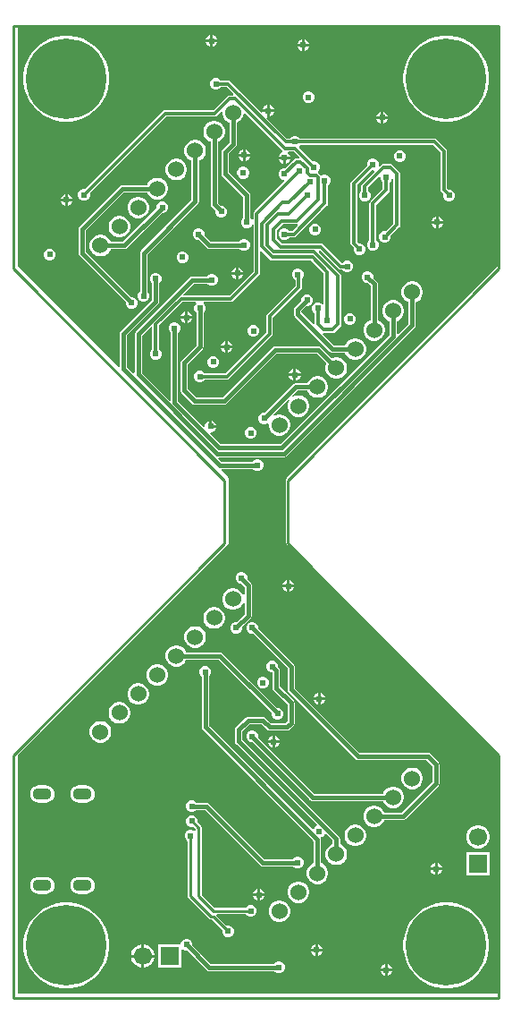
<source format=gtl>
G04*
G04 #@! TF.GenerationSoftware,Altium Limited,Altium Designer,23.4.1 (23)*
G04*
G04 Layer_Physical_Order=1*
G04 Layer_Color=255*
%FSLAX25Y25*%
%MOIN*%
G70*
G04*
G04 #@! TF.SameCoordinates,F4368ACF-6DCD-49CB-89D3-828AB3F38D71*
G04*
G04*
G04 #@! TF.FilePolarity,Positive*
G04*
G01*
G75*
%ADD10C,0.01000*%
%ADD17C,0.01500*%
%ADD18C,0.01200*%
%ADD19C,0.30000*%
%ADD20C,0.06000*%
%ADD21R,0.06693X0.06693*%
%ADD22C,0.06693*%
%ADD23C,0.04000*%
%ADD24O,0.07082X0.04331*%
%ADD25C,0.02400*%
G36*
X100277Y315635D02*
X100288Y315628D01*
X100232Y315063D01*
X99754Y314865D01*
X99135Y314246D01*
X98826Y313500D01*
X103174D01*
X102865Y314246D01*
X102335Y314776D01*
X102439Y315193D01*
X102488Y315277D01*
X104493D01*
X106546Y313224D01*
X106339Y312723D01*
X105500D01*
X105032Y312630D01*
X104635Y312365D01*
X101460Y309191D01*
X101438Y309200D01*
X100562D01*
X99754Y308865D01*
X99135Y308246D01*
X98800Y307438D01*
Y306562D01*
X99135Y305754D01*
X99754Y305135D01*
X100562Y304800D01*
X100863D01*
X101070Y304300D01*
X89835Y293065D01*
X89570Y292668D01*
X89477Y292200D01*
Y290077D01*
X88977Y289977D01*
X88865Y290246D01*
X88376Y290735D01*
Y299000D01*
X88376Y299000D01*
X88272Y299527D01*
X87973Y299973D01*
X80376Y307570D01*
Y314680D01*
X82973Y317277D01*
X83272Y317723D01*
X83376Y318250D01*
Y326065D01*
X83437Y326081D01*
X84349Y326608D01*
X85094Y327353D01*
X85621Y328265D01*
X85893Y329282D01*
Y329365D01*
X86355Y329556D01*
X100277Y315635D01*
D02*
G37*
G36*
X180481Y272618D02*
X102069Y194206D01*
X101826Y193843D01*
X101741Y193413D01*
X101741Y193413D01*
Y169791D01*
X101741Y169791D01*
X101826Y169362D01*
X102069Y168998D01*
X180481Y90587D01*
Y1622D01*
X1622D01*
Y90587D01*
X80033Y168998D01*
X80033Y168998D01*
X80276Y169362D01*
X80362Y169791D01*
Y193413D01*
X80362Y193413D01*
X80276Y193843D01*
X80033Y194206D01*
X80033Y194207D01*
X77578Y196662D01*
X77769Y197124D01*
X89265D01*
X89754Y196635D01*
X90562Y196300D01*
X91438D01*
X92246Y196635D01*
X92865Y197254D01*
X93200Y198062D01*
Y198938D01*
X92865Y199746D01*
X92246Y200365D01*
X91438Y200700D01*
X90562D01*
X89754Y200365D01*
X89265Y199876D01*
X77570D01*
X76385Y201062D01*
X76576Y201524D01*
X100930D01*
X101457Y201628D01*
X101903Y201927D01*
X149680Y249703D01*
X149680Y249703D01*
X149978Y250150D01*
X150083Y250676D01*
X150083Y250676D01*
Y259223D01*
X150250Y259268D01*
X151163Y259795D01*
X151907Y260540D01*
X152434Y261452D01*
X152707Y262469D01*
Y263522D01*
X152434Y264540D01*
X151907Y265452D01*
X151163Y266196D01*
X150250Y266723D01*
X149233Y266996D01*
X148180D01*
X147162Y266723D01*
X146250Y266196D01*
X145506Y265452D01*
X144979Y264540D01*
X144706Y263522D01*
Y262469D01*
X144979Y261452D01*
X145506Y260540D01*
X146250Y259795D01*
X147162Y259268D01*
X147330Y259223D01*
Y251247D01*
X143474Y247390D01*
X143012Y247582D01*
Y252152D01*
X143179Y252197D01*
X144091Y252724D01*
X144836Y253469D01*
X145363Y254381D01*
X145635Y255398D01*
Y256451D01*
X145363Y257469D01*
X144836Y258381D01*
X144091Y259125D01*
X143179Y259652D01*
X142162Y259925D01*
X141109D01*
X140092Y259652D01*
X139179Y259125D01*
X138435Y258381D01*
X137908Y257469D01*
X137635Y256451D01*
Y255398D01*
X137908Y254381D01*
X138435Y253469D01*
X139179Y252724D01*
X140092Y252197D01*
X140259Y252152D01*
Y247145D01*
X99490Y206377D01*
X77298D01*
X73374Y210300D01*
X73581Y210800D01*
X73938D01*
X74746Y211135D01*
X75365Y211754D01*
X75674Y212500D01*
X73500D01*
Y213000D01*
X73000D01*
Y215174D01*
X72254Y214865D01*
X71635Y214246D01*
X71300Y213438D01*
Y213081D01*
X70800Y212874D01*
X61376Y222298D01*
Y247765D01*
X61865Y248254D01*
X62200Y249062D01*
Y249938D01*
X61865Y250746D01*
X61246Y251365D01*
X60438Y251700D01*
X59562D01*
X58754Y251365D01*
X58135Y250746D01*
X57800Y249938D01*
Y249062D01*
X58135Y248254D01*
X58624Y247765D01*
Y222734D01*
X58162Y222543D01*
X47876Y232828D01*
Y246688D01*
X51315Y250126D01*
X51776Y249934D01*
Y241875D01*
X51754Y241865D01*
X51135Y241246D01*
X50800Y240438D01*
Y239562D01*
X51135Y238754D01*
X51754Y238135D01*
X52562Y237800D01*
X53438D01*
X54246Y238135D01*
X54865Y238754D01*
X55200Y239562D01*
Y240438D01*
X54865Y241246D01*
X54246Y241865D01*
X54224Y241875D01*
Y250493D01*
X63007Y259277D01*
X68012D01*
X68061Y259193D01*
X68165Y258776D01*
X67635Y258246D01*
X67300Y257438D01*
Y256562D01*
X67635Y255754D01*
X68124Y255265D01*
Y243158D01*
X62527Y237561D01*
X62228Y237114D01*
X62124Y236588D01*
Y226500D01*
X62228Y225973D01*
X62527Y225527D01*
X66527Y221527D01*
X66973Y221228D01*
X67500Y221124D01*
X67500Y221124D01*
X78500D01*
X79027Y221228D01*
X79473Y221527D01*
X98070Y240124D01*
X113064D01*
X116781Y236406D01*
X116695Y236255D01*
X116422Y235238D01*
Y234185D01*
X116695Y233168D01*
X117221Y232255D01*
X117966Y231511D01*
X118878Y230984D01*
X119896Y230712D01*
X120949D01*
X121966Y230984D01*
X122878Y231511D01*
X123623Y232255D01*
X124150Y233168D01*
X124422Y234185D01*
Y235238D01*
X124150Y236255D01*
X123623Y237168D01*
X122878Y237912D01*
X121966Y238439D01*
X120949Y238712D01*
X119896D01*
X118878Y238439D01*
X118728Y238352D01*
X114607Y242473D01*
X114160Y242772D01*
X113634Y242877D01*
X97500D01*
X97500Y242877D01*
X96973Y242772D01*
X96527Y242473D01*
X77930Y223877D01*
X68070D01*
X64876Y227070D01*
Y236017D01*
X70473Y241614D01*
X70772Y242061D01*
X70876Y242588D01*
Y255265D01*
X71365Y255754D01*
X71700Y256562D01*
Y257438D01*
X71365Y258246D01*
X70835Y258776D01*
X70939Y259193D01*
X70988Y259277D01*
X81000D01*
X81468Y259370D01*
X81865Y259635D01*
X91565Y269335D01*
X91830Y269732D01*
X91923Y270200D01*
Y278193D01*
X92386Y278384D01*
X95635Y275135D01*
X96032Y274870D01*
X96500Y274777D01*
X110993D01*
X115777Y269993D01*
Y258488D01*
X115693Y258439D01*
X115277Y258335D01*
X114746Y258865D01*
X113938Y259200D01*
X113062D01*
X112254Y258865D01*
X111635Y258246D01*
X111300Y257438D01*
Y256562D01*
X111635Y255754D01*
X112254Y255135D01*
X112276Y255125D01*
Y251155D01*
X111874Y250944D01*
X111792Y250933D01*
X107376Y255348D01*
Y255930D01*
X109247Y257800D01*
X109938D01*
X110746Y258135D01*
X111365Y258754D01*
X111700Y259562D01*
Y260438D01*
X111365Y261246D01*
X110746Y261865D01*
X109938Y262200D01*
X109062D01*
X108254Y261865D01*
X107635Y261246D01*
X107300Y260438D01*
Y259747D01*
X105027Y257473D01*
X104728Y257027D01*
X104624Y256500D01*
Y254778D01*
X104728Y254252D01*
X105027Y253805D01*
X118023Y240809D01*
X118469Y240511D01*
X118996Y240406D01*
X123721D01*
X123766Y240239D01*
X124293Y239327D01*
X125037Y238582D01*
X125949Y238055D01*
X126967Y237783D01*
X128020D01*
X129037Y238055D01*
X129949Y238582D01*
X130694Y239327D01*
X131221Y240239D01*
X131493Y241256D01*
Y242309D01*
X131221Y243326D01*
X130694Y244239D01*
X129949Y244983D01*
X129037Y245510D01*
X128020Y245782D01*
X126967D01*
X125949Y245510D01*
X125037Y244983D01*
X124293Y244239D01*
X123766Y243326D01*
X123721Y243159D01*
X119566D01*
X115436Y247289D01*
X115447Y247372D01*
X115658Y247774D01*
X118997D01*
X119465Y247867D01*
X119862Y248132D01*
X121865Y250135D01*
X122130Y250532D01*
X122223Y251000D01*
Y269046D01*
X122130Y269514D01*
X121865Y269911D01*
X113882Y277894D01*
X114061Y278422D01*
X114315Y278455D01*
X121135Y271635D01*
X121532Y271370D01*
X122000Y271276D01*
X122626D01*
X122635Y271254D01*
X123254Y270635D01*
X124062Y270300D01*
X124938D01*
X125746Y270635D01*
X126365Y271254D01*
X126700Y272062D01*
Y272938D01*
X126365Y273746D01*
X125746Y274365D01*
X124938Y274700D01*
X124062D01*
X123254Y274365D01*
X122635Y273746D01*
X122233Y273997D01*
X115565Y280665D01*
X115168Y280930D01*
X114700Y281024D01*
X100207D01*
X98224Y283007D01*
Y285993D01*
X100507Y288277D01*
X105500D01*
X105923Y288361D01*
X105952Y288338D01*
X106061Y287791D01*
X103993Y285723D01*
X102875D01*
X102865Y285746D01*
X102246Y286365D01*
X101438Y286700D01*
X100562D01*
X99754Y286365D01*
X99135Y285746D01*
X98800Y284938D01*
Y284062D01*
X99135Y283254D01*
X99754Y282635D01*
X100562Y282300D01*
X101438D01*
X102246Y282635D01*
X102865Y283254D01*
X102875Y283277D01*
X104500D01*
X104968Y283370D01*
X105365Y283635D01*
X116865Y295135D01*
X117130Y295532D01*
X117224Y296000D01*
Y302625D01*
X117246Y302635D01*
X117865Y303254D01*
X118200Y304062D01*
Y304938D01*
X117865Y305746D01*
X117246Y306365D01*
X116438Y306700D01*
X115562D01*
X115040Y306484D01*
X114754Y306365D01*
X114365Y306662D01*
X113662Y307365D01*
X113612Y308000D01*
X113865Y308254D01*
X114200Y309062D01*
Y309938D01*
X113865Y310746D01*
X113246Y311365D01*
X112438Y311700D01*
X111562D01*
X111540Y311691D01*
X106493Y316737D01*
X106524Y317413D01*
X106865Y317754D01*
X106875Y317776D01*
X156493D01*
X159276Y314993D01*
Y301243D01*
X159370Y300774D01*
X159635Y300377D01*
X160380Y299632D01*
X160300Y299438D01*
Y298562D01*
X160635Y297754D01*
X161254Y297135D01*
X162062Y296800D01*
X162938D01*
X163746Y297135D01*
X164365Y297754D01*
X164700Y298562D01*
Y299438D01*
X164365Y300246D01*
X163746Y300865D01*
X162938Y301200D01*
X162273D01*
X161723Y301749D01*
Y315500D01*
X161630Y315968D01*
X161365Y316365D01*
X157865Y319865D01*
X157468Y320130D01*
X157000Y320223D01*
X106875D01*
X106865Y320246D01*
X106246Y320865D01*
X105438Y321200D01*
X104562D01*
X103754Y320865D01*
X103135Y320246D01*
X103126Y320223D01*
X102007D01*
X94392Y327838D01*
X94488Y328098D01*
X94500Y328114D01*
Y330000D01*
X92614D01*
X92598Y329988D01*
X92338Y329892D01*
X80865Y341365D01*
X80468Y341630D01*
X80000Y341723D01*
X77375D01*
X77365Y341746D01*
X76746Y342365D01*
X75938Y342700D01*
X75062D01*
X74254Y342365D01*
X73635Y341746D01*
X73300Y340938D01*
Y340062D01*
X73635Y339254D01*
X74254Y338635D01*
X75062Y338300D01*
X75938D01*
X76746Y338635D01*
X77365Y339254D01*
X77375Y339277D01*
X79493D01*
X82084Y336685D01*
X81893Y336224D01*
X80500D01*
X80032Y336130D01*
X79635Y335865D01*
X74493Y330724D01*
X56500D01*
X56032Y330630D01*
X55635Y330365D01*
X26710Y301441D01*
X26688Y301450D01*
X25812D01*
X25004Y301115D01*
X24385Y300496D01*
X24050Y299688D01*
Y298812D01*
X24385Y298004D01*
X25004Y297385D01*
X25812Y297050D01*
X26688D01*
X27496Y297385D01*
X28115Y298004D01*
X28450Y298812D01*
Y299688D01*
X28441Y299710D01*
X57007Y328276D01*
X75000D01*
X75468Y328370D01*
X75865Y328635D01*
X77393Y330163D01*
X77893Y329956D01*
Y329282D01*
X78166Y328265D01*
X78693Y327353D01*
X79437Y326608D01*
X80349Y326081D01*
X80624Y326008D01*
Y318820D01*
X78027Y316223D01*
X77728Y315777D01*
X77624Y315250D01*
Y307000D01*
X77728Y306473D01*
X78027Y306027D01*
X85624Y298430D01*
Y290735D01*
X85135Y290246D01*
X84800Y289438D01*
Y288562D01*
X85135Y287754D01*
X85754Y287135D01*
X86562Y286800D01*
X87438D01*
X88246Y287135D01*
X88865Y287754D01*
X88977Y288023D01*
X89477Y287923D01*
Y270707D01*
X80493Y261723D01*
X63566D01*
X63374Y262185D01*
X67312Y266124D01*
X72265D01*
X72754Y265635D01*
X73562Y265300D01*
X74438D01*
X75246Y265635D01*
X75865Y266254D01*
X76200Y267062D01*
Y267938D01*
X75865Y268746D01*
X75246Y269365D01*
X74438Y269700D01*
X73562D01*
X72754Y269365D01*
X72265Y268877D01*
X66742D01*
X66215Y268772D01*
X65769Y268473D01*
X45527Y248231D01*
X45228Y247784D01*
X45124Y247258D01*
Y232976D01*
X44662Y232785D01*
X42376Y235070D01*
Y246930D01*
X53973Y258527D01*
X54272Y258973D01*
X54376Y259500D01*
Y266265D01*
X54865Y266754D01*
X55200Y267562D01*
Y268438D01*
X54865Y269246D01*
X54246Y269865D01*
X53438Y270200D01*
X52562D01*
X51754Y269865D01*
X51135Y269246D01*
X50800Y268438D01*
Y267562D01*
X51135Y266754D01*
X51624Y266265D01*
Y260070D01*
X40027Y248473D01*
X39728Y248027D01*
X39624Y247500D01*
Y235269D01*
X39162Y235078D01*
X1622Y272618D01*
Y361583D01*
X180481D01*
Y272618D01*
D02*
G37*
%LPC*%
G36*
X86500Y316174D02*
Y314500D01*
X88174D01*
X87865Y315246D01*
X87246Y315865D01*
X86500Y316174D01*
D02*
G37*
G36*
X85500D02*
X84754Y315865D01*
X84135Y315246D01*
X83826Y314500D01*
X85500D01*
Y316174D01*
D02*
G37*
G36*
X88174Y313500D02*
X86500D01*
Y311826D01*
X87246Y312135D01*
X87865Y312754D01*
X88174Y313500D01*
D02*
G37*
G36*
X85500D02*
X83826D01*
X84135Y312754D01*
X84754Y312135D01*
X85500Y311826D01*
Y313500D01*
D02*
G37*
G36*
X103174Y312500D02*
X101500D01*
Y310826D01*
X102246Y311135D01*
X102865Y311754D01*
X103174Y312500D01*
D02*
G37*
G36*
X100500D02*
X98826D01*
X99135Y311754D01*
X99754Y311135D01*
X100500Y310826D01*
Y312500D01*
D02*
G37*
G36*
X86081Y309605D02*
X85206D01*
X84398Y309270D01*
X83779Y308651D01*
X83444Y307842D01*
Y306967D01*
X83779Y306158D01*
X84398Y305539D01*
X85206Y305205D01*
X86081D01*
X86890Y305539D01*
X87509Y306158D01*
X87844Y306967D01*
Y307842D01*
X87509Y308651D01*
X86890Y309270D01*
X86081Y309605D01*
D02*
G37*
G36*
X74408Y358674D02*
Y357000D01*
X76082D01*
X75773Y357746D01*
X75154Y358365D01*
X74408Y358674D01*
D02*
G37*
G36*
X73408D02*
X72662Y358365D01*
X72043Y357746D01*
X71734Y357000D01*
X73408D01*
Y358674D01*
D02*
G37*
G36*
X108500Y357174D02*
Y355500D01*
X110174D01*
X109865Y356246D01*
X109246Y356865D01*
X108500Y357174D01*
D02*
G37*
G36*
X107500D02*
X106754Y356865D01*
X106135Y356246D01*
X105826Y355500D01*
X107500D01*
Y357174D01*
D02*
G37*
G36*
X76082Y356000D02*
X74408D01*
Y354326D01*
X75154Y354635D01*
X75773Y355254D01*
X76082Y356000D01*
D02*
G37*
G36*
X73408D02*
X71734D01*
X72043Y355254D01*
X72662Y354635D01*
X73408Y354326D01*
Y356000D01*
D02*
G37*
G36*
X110174Y354500D02*
X108500D01*
Y352826D01*
X109246Y353135D01*
X109865Y353754D01*
X110174Y354500D01*
D02*
G37*
G36*
X107500D02*
X105826D01*
X106135Y353754D01*
X106754Y353135D01*
X107500Y352826D01*
Y354500D01*
D02*
G37*
G36*
X110438Y337700D02*
X109562D01*
X108754Y337365D01*
X108135Y336746D01*
X107800Y335938D01*
Y335062D01*
X108135Y334254D01*
X108754Y333635D01*
X109562Y333300D01*
X110438D01*
X111246Y333635D01*
X111865Y334254D01*
X112200Y335062D01*
Y335938D01*
X111865Y336746D01*
X111246Y337365D01*
X110438Y337700D01*
D02*
G37*
G36*
X95500Y332674D02*
Y331000D01*
X97174D01*
X96865Y331746D01*
X96246Y332365D01*
X95500Y332674D01*
D02*
G37*
G36*
X94500D02*
X93754Y332365D01*
X93135Y331746D01*
X92826Y331000D01*
X94500D01*
Y332674D01*
D02*
G37*
G36*
X138000Y330174D02*
Y328500D01*
X139674D01*
X139365Y329246D01*
X138746Y329865D01*
X138000Y330174D01*
D02*
G37*
G36*
X137000D02*
X136254Y329865D01*
X135635Y329246D01*
X135326Y328500D01*
X137000D01*
Y330174D01*
D02*
G37*
G36*
X97174Y330000D02*
X95500D01*
Y328326D01*
X96246Y328635D01*
X96865Y329254D01*
X97174Y330000D01*
D02*
G37*
G36*
X162677Y358520D02*
X160158D01*
X157671Y358126D01*
X155275Y357347D01*
X153032Y356204D01*
X150994Y354724D01*
X149213Y352943D01*
X147733Y350905D01*
X146590Y348662D01*
X145811Y346266D01*
X145417Y343779D01*
Y341261D01*
X145811Y338773D01*
X146590Y336378D01*
X147733Y334134D01*
X149213Y332096D01*
X150994Y330316D01*
X153032Y328835D01*
X155275Y327692D01*
X157671Y326914D01*
X160158Y326520D01*
X162677D01*
X165164Y326914D01*
X167559Y327692D01*
X169803Y328835D01*
X171841Y330316D01*
X173621Y332096D01*
X175102Y334134D01*
X176245Y336378D01*
X177023Y338773D01*
X177417Y341261D01*
Y343779D01*
X177023Y346266D01*
X176245Y348662D01*
X175102Y350905D01*
X173621Y352943D01*
X171841Y354724D01*
X169803Y356204D01*
X167559Y357347D01*
X165164Y358126D01*
X162677Y358520D01*
D02*
G37*
G36*
X20944D02*
X18426D01*
X15938Y358126D01*
X13543Y357347D01*
X11299Y356204D01*
X9262Y354724D01*
X7481Y352943D01*
X6001Y350905D01*
X4857Y348662D01*
X4079Y346266D01*
X3685Y343779D01*
Y341261D01*
X4079Y338773D01*
X4857Y336378D01*
X6001Y334134D01*
X7481Y332096D01*
X9262Y330316D01*
X11299Y328835D01*
X13543Y327692D01*
X15938Y326914D01*
X18426Y326520D01*
X20944D01*
X23432Y326914D01*
X25827Y327692D01*
X28071Y328835D01*
X30108Y330316D01*
X31889Y332096D01*
X33369Y334134D01*
X34513Y336378D01*
X35291Y338773D01*
X35685Y341261D01*
Y343779D01*
X35291Y346266D01*
X34513Y348662D01*
X33369Y350905D01*
X31889Y352943D01*
X30108Y354724D01*
X28071Y356204D01*
X25827Y357347D01*
X23432Y358126D01*
X20944Y358520D01*
D02*
G37*
G36*
X139674Y327500D02*
X138000D01*
Y325826D01*
X138746Y326135D01*
X139365Y326754D01*
X139674Y327500D01*
D02*
G37*
G36*
X137000D02*
X135326D01*
X135635Y326754D01*
X136254Y326135D01*
X137000Y325826D01*
Y327500D01*
D02*
G37*
G36*
X144499Y315816D02*
X143623D01*
X142815Y315481D01*
X142196Y314862D01*
X141861Y314054D01*
Y313179D01*
X142196Y312370D01*
X142815Y311751D01*
X143623Y311416D01*
X144499D01*
X145307Y311751D01*
X145926Y312370D01*
X146261Y313179D01*
Y314054D01*
X145926Y314862D01*
X145307Y315481D01*
X144499Y315816D01*
D02*
G37*
G36*
X61207Y312596D02*
X60154D01*
X59136Y312323D01*
X58224Y311796D01*
X57479Y311052D01*
X56953Y310140D01*
X56680Y309122D01*
Y308069D01*
X56953Y307052D01*
X57479Y306140D01*
X58224Y305395D01*
X59136Y304868D01*
X60154Y304596D01*
X61207D01*
X62224Y304868D01*
X63136Y305395D01*
X63881Y306140D01*
X64408Y307052D01*
X64680Y308069D01*
Y309122D01*
X64408Y310140D01*
X63881Y311052D01*
X63136Y311796D01*
X62224Y312323D01*
X61207Y312596D01*
D02*
G37*
G36*
X54136Y305525D02*
X53083D01*
X52065Y305252D01*
X51153Y304725D01*
X50408Y303981D01*
X49882Y303068D01*
X49837Y302901D01*
X40525D01*
X40525Y302901D01*
X39998Y302796D01*
X39551Y302498D01*
X39551Y302498D01*
X24527Y287473D01*
X24228Y287027D01*
X24124Y286500D01*
Y277500D01*
X24228Y276973D01*
X24527Y276527D01*
X41800Y259253D01*
Y258562D01*
X42135Y257754D01*
X42754Y257135D01*
X43562Y256800D01*
X44438D01*
X45246Y257135D01*
X45865Y257754D01*
X46200Y258562D01*
Y259438D01*
X45865Y260246D01*
X45246Y260865D01*
X44438Y261200D01*
X43747D01*
X26876Y278070D01*
Y285930D01*
X41095Y300148D01*
X49837D01*
X49882Y299981D01*
X50408Y299068D01*
X51153Y298324D01*
X52065Y297797D01*
X53083Y297525D01*
X54136D01*
X55153Y297797D01*
X56065Y298324D01*
X56810Y299068D01*
X57336Y299981D01*
X57609Y300998D01*
Y302051D01*
X57336Y303068D01*
X56810Y303981D01*
X56065Y304725D01*
X55153Y305252D01*
X54136Y305525D01*
D02*
G37*
G36*
X20238Y299442D02*
Y297768D01*
X21912D01*
X21603Y298514D01*
X20984Y299133D01*
X20238Y299442D01*
D02*
G37*
G36*
X19238D02*
X18492Y299133D01*
X17873Y298514D01*
X17564Y297768D01*
X19238D01*
Y299442D01*
D02*
G37*
G36*
X21912Y296768D02*
X20238D01*
Y295094D01*
X20984Y295403D01*
X21603Y296022D01*
X21912Y296768D01*
D02*
G37*
G36*
X19238D02*
X17564D01*
X17873Y296022D01*
X18492Y295403D01*
X19238Y295094D01*
Y296768D01*
D02*
G37*
G36*
X75349Y326738D02*
X74296D01*
X73278Y326465D01*
X72366Y325939D01*
X71622Y325194D01*
X71095Y324282D01*
X70822Y323264D01*
Y322211D01*
X71095Y321194D01*
X71622Y320282D01*
X72366Y319537D01*
X73278Y319010D01*
X73446Y318966D01*
Y295678D01*
X73551Y295151D01*
X73849Y294704D01*
X75300Y293253D01*
Y292562D01*
X75635Y291754D01*
X76254Y291135D01*
X77062Y290800D01*
X77938D01*
X78746Y291135D01*
X79365Y291754D01*
X79700Y292562D01*
Y293438D01*
X79365Y294246D01*
X78746Y294865D01*
X77938Y295200D01*
X77247D01*
X76199Y296248D01*
Y318966D01*
X76366Y319010D01*
X77278Y319537D01*
X78023Y320282D01*
X78550Y321194D01*
X78822Y322211D01*
Y323264D01*
X78550Y324282D01*
X78023Y325194D01*
X77278Y325939D01*
X76366Y326465D01*
X75349Y326738D01*
D02*
G37*
G36*
X47065Y298453D02*
X46011D01*
X44994Y298181D01*
X44082Y297654D01*
X43337Y296909D01*
X42811Y295997D01*
X42538Y294980D01*
Y293927D01*
X42811Y292910D01*
X43337Y291997D01*
X44082Y291253D01*
X44994Y290726D01*
X46011Y290454D01*
X47065D01*
X48082Y290726D01*
X48994Y291253D01*
X49739Y291997D01*
X50265Y292910D01*
X50538Y293927D01*
Y294980D01*
X50265Y295997D01*
X49739Y296909D01*
X48994Y297654D01*
X48082Y298181D01*
X47065Y298453D01*
D02*
G37*
G36*
X158500Y291174D02*
Y289500D01*
X160174D01*
X159865Y290246D01*
X159246Y290865D01*
X158500Y291174D01*
D02*
G37*
G36*
X157500D02*
X156754Y290865D01*
X156135Y290246D01*
X155826Y289500D01*
X157500D01*
Y291174D01*
D02*
G37*
G36*
X160174Y288500D02*
X158500D01*
Y286826D01*
X159246Y287135D01*
X159865Y287754D01*
X160174Y288500D01*
D02*
G37*
G36*
X157500D02*
X155826D01*
X156135Y287754D01*
X156754Y287135D01*
X157500Y286826D01*
Y288500D01*
D02*
G37*
G36*
X134438Y312700D02*
X133562D01*
X132754Y312365D01*
X132135Y311746D01*
X131800Y310938D01*
Y310062D01*
X131809Y310040D01*
X126135Y304365D01*
X125870Y303968D01*
X125777Y303500D01*
Y281243D01*
X125870Y280774D01*
X126135Y280378D01*
X126881Y279632D01*
X126800Y279438D01*
Y278562D01*
X127135Y277754D01*
X127754Y277135D01*
X128562Y276800D01*
X129438D01*
X130246Y277135D01*
X130865Y277754D01*
X131200Y278562D01*
Y279438D01*
X130865Y280246D01*
X130246Y280865D01*
X129438Y281200D01*
X128773D01*
X128224Y281749D01*
Y302993D01*
X133540Y308309D01*
X133562Y308300D01*
X134363D01*
X134512Y308098D01*
X134608Y307838D01*
X130135Y303365D01*
X129870Y302968D01*
X129777Y302500D01*
Y300874D01*
X129754Y300865D01*
X129135Y300246D01*
X128800Y299438D01*
Y298562D01*
X129135Y297754D01*
X129754Y297135D01*
X130562Y296800D01*
X131438D01*
X132246Y297135D01*
X132865Y297754D01*
X133200Y298562D01*
Y299438D01*
X132865Y300246D01*
X132246Y300865D01*
X132223Y300874D01*
Y301993D01*
X136300Y306070D01*
X136800Y305863D01*
Y305312D01*
X137135Y304504D01*
X137754Y303885D01*
X137777Y303875D01*
Y301507D01*
X133135Y296865D01*
X132870Y296468D01*
X132776Y296000D01*
Y282375D01*
X132754Y282365D01*
X132135Y281746D01*
X131800Y280938D01*
Y280062D01*
X132135Y279254D01*
X132754Y278635D01*
X133562Y278300D01*
X134438D01*
X135246Y278635D01*
X135865Y279254D01*
X136200Y280062D01*
Y280938D01*
X135865Y281746D01*
X135246Y282365D01*
X135223Y282375D01*
Y295493D01*
X139865Y300135D01*
X140130Y300532D01*
X140224Y301000D01*
Y303875D01*
X140246Y303885D01*
X140865Y304504D01*
X141200Y305312D01*
Y306157D01*
X141299Y306252D01*
X141627Y306463D01*
X141777Y306353D01*
Y288507D01*
X138960Y285691D01*
X138938Y285700D01*
X138062D01*
X137254Y285365D01*
X136635Y284746D01*
X136300Y283938D01*
Y283062D01*
X136635Y282254D01*
X137254Y281635D01*
X138062Y281300D01*
X138938D01*
X139746Y281635D01*
X140365Y282254D01*
X140700Y283062D01*
Y283938D01*
X140691Y283960D01*
X143865Y287135D01*
X144130Y287532D01*
X144223Y288000D01*
Y307000D01*
X144130Y307468D01*
X143865Y307865D01*
X141365Y310365D01*
X140968Y310630D01*
X140500Y310723D01*
X138000D01*
X137532Y310630D01*
X137135Y310365D01*
X136662Y309892D01*
X136402Y309988D01*
X136200Y310137D01*
Y310938D01*
X135865Y311746D01*
X135246Y312365D01*
X134438Y312700D01*
D02*
G37*
G36*
X112938Y288522D02*
X112062D01*
X111254Y288187D01*
X110635Y287569D01*
X110300Y286760D01*
Y285885D01*
X110635Y285076D01*
X111254Y284457D01*
X112062Y284122D01*
X112938D01*
X113746Y284457D01*
X114365Y285076D01*
X114700Y285885D01*
Y286760D01*
X114365Y287569D01*
X113746Y288187D01*
X112938Y288522D01*
D02*
G37*
G36*
X39994Y291382D02*
X38940D01*
X37923Y291110D01*
X37011Y290583D01*
X36266Y289839D01*
X35740Y288926D01*
X35467Y287909D01*
Y286856D01*
X35740Y285839D01*
X36266Y284926D01*
X37011Y284182D01*
X37923Y283655D01*
X38940Y283382D01*
X39994D01*
X41011Y283655D01*
X41923Y284182D01*
X42668Y284926D01*
X43194Y285839D01*
X43467Y286856D01*
Y287909D01*
X43194Y288926D01*
X42668Y289839D01*
X41923Y290583D01*
X41011Y291110D01*
X39994Y291382D01*
D02*
G37*
G36*
X55938Y296700D02*
X55062D01*
X54254Y296365D01*
X53635Y295746D01*
X53300Y294938D01*
Y294247D01*
X40741Y281688D01*
X36168D01*
X36123Y281855D01*
X35597Y282767D01*
X34852Y283512D01*
X33940Y284039D01*
X32923Y284311D01*
X31869D01*
X30852Y284039D01*
X29940Y283512D01*
X29195Y282767D01*
X28668Y281855D01*
X28396Y280838D01*
Y279785D01*
X28668Y278767D01*
X29195Y277855D01*
X29940Y277111D01*
X30852Y276584D01*
X31869Y276311D01*
X32923D01*
X33940Y276584D01*
X34852Y277111D01*
X35597Y277855D01*
X36123Y278767D01*
X36168Y278935D01*
X41311D01*
X41838Y279040D01*
X42285Y279338D01*
X55247Y292300D01*
X55938D01*
X56746Y292635D01*
X57365Y293254D01*
X57700Y294062D01*
Y294938D01*
X57365Y295746D01*
X56746Y296365D01*
X55938Y296700D01*
D02*
G37*
G36*
X69438Y286700D02*
X68562D01*
X67754Y286365D01*
X67135Y285746D01*
X66800Y284938D01*
Y284062D01*
X67135Y283254D01*
X67754Y282635D01*
X68562Y282300D01*
X69253D01*
X72027Y279527D01*
X72027Y279527D01*
X72473Y279228D01*
X73000Y279123D01*
X84265D01*
X84754Y278635D01*
X85562Y278300D01*
X86438D01*
X87246Y278635D01*
X87865Y279254D01*
X88200Y280062D01*
Y280938D01*
X87865Y281746D01*
X87246Y282365D01*
X86438Y282700D01*
X85562D01*
X84754Y282365D01*
X84265Y281876D01*
X73570D01*
X71200Y284247D01*
Y284938D01*
X70865Y285746D01*
X70246Y286365D01*
X69438Y286700D01*
D02*
G37*
G36*
X13938Y279200D02*
X13062D01*
X12254Y278865D01*
X11635Y278246D01*
X11300Y277438D01*
Y276562D01*
X11635Y275754D01*
X12254Y275135D01*
X13062Y274800D01*
X13938D01*
X14746Y275135D01*
X15365Y275754D01*
X15700Y276562D01*
Y277438D01*
X15365Y278246D01*
X14746Y278865D01*
X13938Y279200D01*
D02*
G37*
G36*
X63438Y278200D02*
X62562D01*
X61754Y277865D01*
X61135Y277246D01*
X60800Y276438D01*
Y275562D01*
X61135Y274754D01*
X61754Y274135D01*
X62562Y273800D01*
X63438D01*
X64246Y274135D01*
X64865Y274754D01*
X65200Y275562D01*
Y276438D01*
X64865Y277246D01*
X64246Y277865D01*
X63438Y278200D01*
D02*
G37*
G36*
X84000Y272174D02*
Y270500D01*
X85674D01*
X85365Y271246D01*
X84746Y271865D01*
X84000Y272174D01*
D02*
G37*
G36*
X83000D02*
X82254Y271865D01*
X81635Y271246D01*
X81326Y270500D01*
X83000D01*
Y272174D01*
D02*
G37*
G36*
X85674Y269500D02*
X84000D01*
Y267826D01*
X84746Y268135D01*
X85365Y268754D01*
X85674Y269500D01*
D02*
G37*
G36*
X83000D02*
X81326D01*
X81635Y268754D01*
X82254Y268135D01*
X83000Y267826D01*
Y269500D01*
D02*
G37*
G36*
X68278Y319667D02*
X67225D01*
X66207Y319394D01*
X65295Y318867D01*
X64550Y318123D01*
X64024Y317211D01*
X63751Y316193D01*
Y315140D01*
X64024Y314123D01*
X64550Y313211D01*
X65295Y312466D01*
X66207Y311939D01*
X66375Y311894D01*
Y297321D01*
X47527Y278473D01*
X47228Y278027D01*
X47124Y277500D01*
Y263235D01*
X46635Y262746D01*
X46300Y261938D01*
Y261062D01*
X46635Y260254D01*
X47254Y259635D01*
X48062Y259300D01*
X48938D01*
X49746Y259635D01*
X50365Y260254D01*
X50700Y261062D01*
Y261938D01*
X50365Y262746D01*
X49876Y263235D01*
Y276930D01*
X68725Y295778D01*
X69023Y296224D01*
X69128Y296751D01*
Y311894D01*
X69295Y311939D01*
X70207Y312466D01*
X70952Y313211D01*
X71479Y314123D01*
X71751Y315140D01*
Y316193D01*
X71479Y317211D01*
X70952Y318123D01*
X70207Y318867D01*
X69295Y319394D01*
X68278Y319667D01*
D02*
G37*
G36*
X65000Y255674D02*
Y254000D01*
X66674D01*
X66365Y254746D01*
X65746Y255365D01*
X65000Y255674D01*
D02*
G37*
G36*
X64000D02*
X63254Y255365D01*
X62635Y254746D01*
X62326Y254000D01*
X64000D01*
Y255674D01*
D02*
G37*
G36*
X66674Y253000D02*
X65000D01*
Y251326D01*
X65746Y251635D01*
X66365Y252254D01*
X66674Y253000D01*
D02*
G37*
G36*
X64000D02*
X62326D01*
X62635Y252254D01*
X63254Y251635D01*
X64000Y251326D01*
Y253000D01*
D02*
G37*
G36*
X125938Y255200D02*
X125062D01*
X124254Y254865D01*
X123635Y254246D01*
X123300Y253438D01*
Y252562D01*
X123635Y251754D01*
X124254Y251135D01*
X125062Y250800D01*
X125938D01*
X126746Y251135D01*
X127365Y251754D01*
X127700Y252562D01*
Y253438D01*
X127365Y254246D01*
X126746Y254865D01*
X125938Y255200D01*
D02*
G37*
G36*
X89938Y250700D02*
X89062D01*
X88254Y250365D01*
X87635Y249746D01*
X87300Y248938D01*
Y248062D01*
X87635Y247254D01*
X88254Y246635D01*
X89062Y246300D01*
X89938D01*
X90746Y246635D01*
X91365Y247254D01*
X91700Y248062D01*
Y248938D01*
X91365Y249746D01*
X90746Y250365D01*
X89938Y250700D01*
D02*
G37*
G36*
X132438Y270700D02*
X131562D01*
X130754Y270365D01*
X130135Y269746D01*
X129800Y268938D01*
Y268062D01*
X130135Y267254D01*
X130754Y266635D01*
X131562Y266300D01*
X132253D01*
X133188Y265366D01*
Y252626D01*
X133020Y252581D01*
X132108Y252054D01*
X131363Y251310D01*
X130837Y250397D01*
X130564Y249380D01*
Y248327D01*
X130837Y247310D01*
X131363Y246397D01*
X132108Y245653D01*
X133020Y245126D01*
X134038Y244854D01*
X135091D01*
X136108Y245126D01*
X137020Y245653D01*
X137765Y246397D01*
X138292Y247310D01*
X138564Y248327D01*
Y249380D01*
X138292Y250397D01*
X137765Y251310D01*
X137020Y252054D01*
X136108Y252581D01*
X135941Y252626D01*
Y265936D01*
X135836Y266462D01*
X135538Y266909D01*
X135538Y266909D01*
X134200Y268247D01*
Y268938D01*
X133865Y269746D01*
X133246Y270365D01*
X132438Y270700D01*
D02*
G37*
G36*
X80000Y244674D02*
Y243000D01*
X81674D01*
X81365Y243746D01*
X80746Y244365D01*
X80000Y244674D01*
D02*
G37*
G36*
X79000D02*
X78254Y244365D01*
X77635Y243746D01*
X77326Y243000D01*
X79000D01*
Y244674D01*
D02*
G37*
G36*
X81674Y242000D02*
X80000D01*
Y240326D01*
X80746Y240635D01*
X81365Y241254D01*
X81674Y242000D01*
D02*
G37*
G36*
X79000D02*
X77326D01*
X77635Y241254D01*
X78254Y240635D01*
X79000Y240326D01*
Y242000D01*
D02*
G37*
G36*
X74938Y239200D02*
X74062D01*
X73254Y238865D01*
X72635Y238246D01*
X72300Y237438D01*
Y236562D01*
X72635Y235754D01*
X73254Y235135D01*
X74062Y234800D01*
X74938D01*
X75746Y235135D01*
X76365Y235754D01*
X76700Y236562D01*
Y237438D01*
X76365Y238246D01*
X75746Y238865D01*
X74938Y239200D01*
D02*
G37*
G36*
X106438Y271700D02*
X105562D01*
X104754Y271365D01*
X104135Y270746D01*
X103800Y269938D01*
Y269062D01*
X104135Y268254D01*
X104754Y267635D01*
X105176Y267460D01*
Y265407D01*
X94635Y254865D01*
X94370Y254468D01*
X94276Y254000D01*
Y248007D01*
X78993Y232723D01*
X71374D01*
X71365Y232746D01*
X70746Y233365D01*
X69938Y233700D01*
X69062D01*
X68254Y233365D01*
X67635Y232746D01*
X67300Y231938D01*
Y231062D01*
X67635Y230254D01*
X68254Y229635D01*
X69062Y229300D01*
X69938D01*
X70746Y229635D01*
X71365Y230254D01*
X71374Y230276D01*
X79500D01*
X79968Y230370D01*
X80365Y230635D01*
X96365Y246635D01*
X96630Y247032D01*
X96724Y247500D01*
Y253493D01*
X107265Y264035D01*
X107530Y264432D01*
X107624Y264900D01*
Y268012D01*
X107865Y268254D01*
X108200Y269062D01*
Y269938D01*
X107865Y270746D01*
X107246Y271365D01*
X106438Y271700D01*
D02*
G37*
G36*
X105443Y234336D02*
Y232662D01*
X107117D01*
X106808Y233408D01*
X106189Y234027D01*
X105443Y234336D01*
D02*
G37*
G36*
X104443D02*
X103696Y234027D01*
X103078Y233408D01*
X102769Y232662D01*
X104443D01*
Y234336D01*
D02*
G37*
G36*
X107117Y231662D02*
X105443D01*
Y229987D01*
X106189Y230296D01*
X106808Y230915D01*
X107117Y231662D01*
D02*
G37*
G36*
X104443D02*
X102769D01*
X103078Y230915D01*
X103696Y230296D01*
X104443Y229987D01*
Y231662D01*
D02*
G37*
G36*
X113878Y231640D02*
X112824D01*
X111807Y231368D01*
X110895Y230841D01*
X110150Y230096D01*
X109624Y229184D01*
X109579Y229017D01*
X105211D01*
X105211Y229017D01*
X104684Y228912D01*
X104238Y228614D01*
X104238Y228614D01*
X93753Y218129D01*
X93062D01*
X92254Y217794D01*
X91635Y217176D01*
X91300Y216367D01*
Y215492D01*
X91635Y214683D01*
X92254Y214064D01*
X93062Y213729D01*
X93938D01*
X94746Y214064D01*
X95209Y213820D01*
Y212972D01*
X95482Y211954D01*
X96008Y211042D01*
X96753Y210297D01*
X97665Y209771D01*
X98682Y209498D01*
X99736D01*
X100753Y209771D01*
X101665Y210297D01*
X102410Y211042D01*
X102936Y211954D01*
X103209Y212972D01*
Y214025D01*
X102936Y215042D01*
X102410Y215954D01*
X101665Y216699D01*
X100753Y217226D01*
X99736Y217498D01*
X98682D01*
X97665Y217226D01*
X97156Y216932D01*
X96849Y217332D01*
X102446Y222929D01*
X102846Y222622D01*
X102553Y222113D01*
X102280Y221096D01*
Y220043D01*
X102553Y219025D01*
X103079Y218113D01*
X103824Y217369D01*
X104736Y216842D01*
X105753Y216569D01*
X106807D01*
X107824Y216842D01*
X108736Y217369D01*
X109481Y218113D01*
X110008Y219025D01*
X110280Y220043D01*
Y221096D01*
X110008Y222113D01*
X109481Y223025D01*
X108736Y223770D01*
X107824Y224297D01*
X106807Y224569D01*
X105753D01*
X104736Y224297D01*
X104227Y224003D01*
X103920Y224403D01*
X105781Y226264D01*
X109579D01*
X109624Y226096D01*
X110150Y225184D01*
X110895Y224440D01*
X111807Y223913D01*
X112824Y223640D01*
X113878D01*
X114895Y223913D01*
X115807Y224440D01*
X116552Y225184D01*
X117078Y226096D01*
X117351Y227114D01*
Y228167D01*
X117078Y229184D01*
X116552Y230096D01*
X115807Y230841D01*
X114895Y231368D01*
X113878Y231640D01*
D02*
G37*
G36*
X74000Y215174D02*
Y213500D01*
X75674D01*
X75365Y214246D01*
X74746Y214865D01*
X74000Y215174D01*
D02*
G37*
G36*
X88938Y212700D02*
X88062D01*
X87254Y212365D01*
X86635Y211746D01*
X86300Y210938D01*
Y210062D01*
X86635Y209254D01*
X87254Y208635D01*
X88062Y208300D01*
X88938D01*
X89746Y208635D01*
X90365Y209254D01*
X90700Y210062D01*
Y210938D01*
X90365Y211746D01*
X89746Y212365D01*
X88938Y212700D01*
D02*
G37*
G36*
X102978Y155696D02*
Y154022D01*
X104653D01*
X104343Y154768D01*
X103725Y155387D01*
X102978Y155696D01*
D02*
G37*
G36*
X101978D02*
X101232Y155387D01*
X100613Y154768D01*
X100304Y154022D01*
X101978D01*
Y155696D01*
D02*
G37*
G36*
X104653Y153022D02*
X102978D01*
Y151347D01*
X103725Y151657D01*
X104343Y152276D01*
X104653Y153022D01*
D02*
G37*
G36*
X101978D02*
X100304D01*
X100613Y152276D01*
X101232Y151657D01*
X101978Y151347D01*
Y153022D01*
D02*
G37*
G36*
X85438Y158700D02*
X84562D01*
X83754Y158365D01*
X83135Y157746D01*
X82800Y156938D01*
Y156062D01*
X83135Y155254D01*
X83754Y154635D01*
X84562Y154300D01*
X85010D01*
X86124Y153186D01*
Y150306D01*
X85624Y150240D01*
X85621Y150250D01*
X85094Y151163D01*
X84349Y151907D01*
X83437Y152434D01*
X82420Y152707D01*
X81367D01*
X80349Y152434D01*
X79437Y151907D01*
X78693Y151163D01*
X78166Y150250D01*
X77893Y149233D01*
Y148180D01*
X78166Y147162D01*
X78693Y146250D01*
X79437Y145506D01*
X80349Y144979D01*
X81367Y144706D01*
X82420D01*
X83437Y144979D01*
X84349Y145506D01*
X85094Y146250D01*
X85621Y147162D01*
X85624Y147173D01*
X86124Y147107D01*
Y143070D01*
X83253Y140200D01*
X82562D01*
X81754Y139865D01*
X81135Y139246D01*
X80800Y138438D01*
Y137562D01*
X81135Y136754D01*
X81754Y136135D01*
X82562Y135800D01*
X83438D01*
X84246Y136135D01*
X84865Y136754D01*
X85200Y137562D01*
Y138253D01*
X88473Y141527D01*
X88772Y141973D01*
X88876Y142500D01*
Y153756D01*
X88772Y154283D01*
X88473Y154730D01*
X88473Y154730D01*
X87183Y156020D01*
X87200Y156062D01*
Y156938D01*
X86865Y157746D01*
X86246Y158365D01*
X85438Y158700D01*
D02*
G37*
G36*
X75349Y145635D02*
X74296D01*
X73278Y145363D01*
X72366Y144836D01*
X71622Y144091D01*
X71095Y143179D01*
X70822Y142162D01*
Y141109D01*
X71095Y140092D01*
X71622Y139179D01*
X72366Y138435D01*
X73278Y137908D01*
X74296Y137635D01*
X75349D01*
X76366Y137908D01*
X77278Y138435D01*
X78023Y139179D01*
X78550Y140092D01*
X78822Y141109D01*
Y142162D01*
X78550Y143179D01*
X78023Y144091D01*
X77278Y144836D01*
X76366Y145363D01*
X75349Y145635D01*
D02*
G37*
G36*
X68278Y138564D02*
X67225D01*
X66207Y138292D01*
X65295Y137765D01*
X64550Y137020D01*
X64024Y136108D01*
X63751Y135091D01*
Y134038D01*
X64024Y133020D01*
X64550Y132108D01*
X65295Y131363D01*
X66207Y130837D01*
X67225Y130564D01*
X68278D01*
X69295Y130837D01*
X70207Y131363D01*
X70952Y132108D01*
X71479Y133020D01*
X71751Y134038D01*
Y135091D01*
X71479Y136108D01*
X70952Y137020D01*
X70207Y137765D01*
X69295Y138292D01*
X68278Y138564D01*
D02*
G37*
G36*
X54136Y124422D02*
X53083D01*
X52065Y124150D01*
X51153Y123623D01*
X50408Y122878D01*
X49882Y121966D01*
X49609Y120949D01*
Y119896D01*
X49882Y118878D01*
X50408Y117966D01*
X51153Y117221D01*
X52065Y116695D01*
X53083Y116422D01*
X54136D01*
X55153Y116695D01*
X56065Y117221D01*
X56810Y117966D01*
X57336Y118878D01*
X57609Y119896D01*
Y120949D01*
X57336Y121966D01*
X56810Y122878D01*
X56065Y123623D01*
X55153Y124150D01*
X54136Y124422D01*
D02*
G37*
G36*
X93438Y119700D02*
X92562D01*
X91754Y119365D01*
X91135Y118746D01*
X90800Y117938D01*
Y117062D01*
X91135Y116254D01*
X91754Y115635D01*
X92562Y115300D01*
X93438D01*
X94246Y115635D01*
X94865Y116254D01*
X95200Y117062D01*
Y117938D01*
X94865Y118746D01*
X94246Y119365D01*
X93438Y119700D01*
D02*
G37*
G36*
X114500Y113674D02*
Y112000D01*
X116174D01*
X115865Y112746D01*
X115246Y113365D01*
X114500Y113674D01*
D02*
G37*
G36*
X113500D02*
X112754Y113365D01*
X112135Y112746D01*
X111826Y112000D01*
X113500D01*
Y113674D01*
D02*
G37*
G36*
X47065Y117351D02*
X46011D01*
X44994Y117078D01*
X44082Y116552D01*
X43337Y115807D01*
X42811Y114895D01*
X42538Y113878D01*
Y112824D01*
X42811Y111807D01*
X43337Y110895D01*
X44082Y110150D01*
X44994Y109624D01*
X46011Y109351D01*
X47065D01*
X48082Y109624D01*
X48994Y110150D01*
X49739Y110895D01*
X50265Y111807D01*
X50538Y112824D01*
Y113878D01*
X50265Y114895D01*
X49739Y115807D01*
X48994Y116552D01*
X48082Y117078D01*
X47065Y117351D01*
D02*
G37*
G36*
X116174Y111000D02*
X114500D01*
Y109326D01*
X115246Y109635D01*
X115865Y110254D01*
X116174Y111000D01*
D02*
G37*
G36*
X113500D02*
X111826D01*
X112135Y110254D01*
X112754Y109635D01*
X113500Y109326D01*
Y111000D01*
D02*
G37*
G36*
X61207Y131493D02*
X60154D01*
X59136Y131221D01*
X58224Y130694D01*
X57479Y129949D01*
X56953Y129037D01*
X56680Y128020D01*
Y126967D01*
X56953Y125949D01*
X57479Y125037D01*
X58224Y124293D01*
X59136Y123766D01*
X60154Y123493D01*
X61207D01*
X62224Y123766D01*
X63136Y124293D01*
X63881Y125037D01*
X64408Y125949D01*
X64452Y126117D01*
X76437D01*
X96300Y106253D01*
Y105562D01*
X96635Y104754D01*
X97254Y104135D01*
X98062Y103800D01*
X98938D01*
X99746Y104135D01*
X100365Y104754D01*
X100700Y105562D01*
Y106438D01*
X100365Y107246D01*
X99746Y107865D01*
X98938Y108200D01*
X98247D01*
X77980Y128467D01*
X77534Y128765D01*
X77007Y128870D01*
X64452D01*
X64408Y129037D01*
X63881Y129949D01*
X63136Y130694D01*
X62224Y131221D01*
X61207Y131493D01*
D02*
G37*
G36*
X96938Y125700D02*
X96062D01*
X95254Y125365D01*
X94635Y124746D01*
X94300Y123938D01*
Y123062D01*
X94635Y122254D01*
X95254Y121635D01*
X96062Y121300D01*
X96624D01*
Y115500D01*
X96728Y114973D01*
X97027Y114527D01*
X102124Y109430D01*
Y103070D01*
X101430Y102376D01*
X96070D01*
X93973Y104473D01*
X93527Y104772D01*
X93000Y104876D01*
X87500D01*
X87500Y104876D01*
X86973Y104772D01*
X86527Y104473D01*
X83027Y100973D01*
X82728Y100527D01*
X82624Y100000D01*
Y95710D01*
X82728Y95183D01*
X83027Y94736D01*
X113172Y64592D01*
X113074Y64101D01*
X112754Y63969D01*
X112135Y63350D01*
X112002Y63030D01*
X111512Y62932D01*
X72876Y101567D01*
Y119765D01*
X73365Y120254D01*
X73700Y121062D01*
Y121938D01*
X73365Y122746D01*
X72746Y123365D01*
X71938Y123700D01*
X71062D01*
X70254Y123365D01*
X69635Y122746D01*
X69300Y121938D01*
Y121062D01*
X69635Y120254D01*
X70124Y119765D01*
Y100997D01*
X70228Y100471D01*
X70527Y100024D01*
X111975Y58576D01*
Y50310D01*
X111807Y50265D01*
X110895Y49739D01*
X110150Y48994D01*
X109624Y48082D01*
X109351Y47065D01*
Y46011D01*
X109624Y44994D01*
X110150Y44082D01*
X110895Y43337D01*
X111807Y42811D01*
X112824Y42538D01*
X113878D01*
X114895Y42811D01*
X115807Y43337D01*
X116552Y44082D01*
X117078Y44994D01*
X117351Y46011D01*
Y47065D01*
X117078Y48082D01*
X116552Y48994D01*
X115807Y49739D01*
X114895Y50265D01*
X114728Y50310D01*
Y59146D01*
X114728Y59146D01*
X114623Y59673D01*
X114729Y60024D01*
X115246Y60238D01*
X115865Y60857D01*
X115998Y61178D01*
X116488Y61275D01*
X119046Y58718D01*
Y57381D01*
X118878Y57336D01*
X117966Y56810D01*
X117221Y56065D01*
X116695Y55153D01*
X116422Y54136D01*
Y53083D01*
X116695Y52065D01*
X117221Y51153D01*
X117966Y50408D01*
X118878Y49882D01*
X119896Y49609D01*
X120949D01*
X121966Y49882D01*
X122878Y50408D01*
X123623Y51153D01*
X124150Y52065D01*
X124422Y53083D01*
Y54136D01*
X124150Y55153D01*
X123623Y56065D01*
X122878Y56810D01*
X121966Y57336D01*
X121799Y57381D01*
Y59288D01*
X121694Y59814D01*
X121396Y60261D01*
X85376Y96280D01*
Y99430D01*
X88070Y102124D01*
X92430D01*
X94527Y100027D01*
X94527Y100027D01*
X94973Y99728D01*
X95500Y99624D01*
X102000D01*
X102527Y99728D01*
X102973Y100027D01*
X104473Y101527D01*
X104772Y101973D01*
X104876Y102500D01*
Y110000D01*
X104772Y110527D01*
X104473Y110973D01*
X104473Y110973D01*
X99376Y116070D01*
Y122000D01*
X99272Y122527D01*
X98973Y122973D01*
X98700Y123247D01*
Y123938D01*
X98365Y124746D01*
X97746Y125365D01*
X96938Y125700D01*
D02*
G37*
G36*
X39994Y110280D02*
X38940D01*
X37923Y110008D01*
X37011Y109481D01*
X36266Y108736D01*
X35740Y107824D01*
X35467Y106807D01*
Y105753D01*
X35740Y104736D01*
X36266Y103824D01*
X37011Y103079D01*
X37923Y102553D01*
X38940Y102280D01*
X39994D01*
X41011Y102553D01*
X41923Y103079D01*
X42668Y103824D01*
X43194Y104736D01*
X43467Y105753D01*
Y106807D01*
X43194Y107824D01*
X42668Y108736D01*
X41923Y109481D01*
X41011Y110008D01*
X39994Y110280D01*
D02*
G37*
G36*
X97500Y97674D02*
Y96000D01*
X99174D01*
X98865Y96746D01*
X98246Y97365D01*
X97500Y97674D01*
D02*
G37*
G36*
X96500D02*
X95754Y97365D01*
X95135Y96746D01*
X94826Y96000D01*
X96500D01*
Y97674D01*
D02*
G37*
G36*
X32923Y103209D02*
X31869D01*
X30852Y102936D01*
X29940Y102410D01*
X29195Y101665D01*
X28668Y100753D01*
X28396Y99736D01*
Y98682D01*
X28668Y97665D01*
X29195Y96753D01*
X29940Y96008D01*
X30852Y95482D01*
X31869Y95209D01*
X32923D01*
X33940Y95482D01*
X34852Y96008D01*
X35597Y96753D01*
X36123Y97665D01*
X36396Y98682D01*
Y99736D01*
X36123Y100753D01*
X35597Y101665D01*
X34852Y102410D01*
X33940Y102936D01*
X32923Y103209D01*
D02*
G37*
G36*
X99174Y95000D02*
X97500D01*
Y93326D01*
X98246Y93635D01*
X98865Y94254D01*
X99174Y95000D01*
D02*
G37*
G36*
X96500D02*
X94826D01*
X95135Y94254D01*
X95754Y93635D01*
X96500Y93326D01*
Y95000D01*
D02*
G37*
G36*
X149233Y85893D02*
X148180D01*
X147162Y85621D01*
X146250Y85094D01*
X145506Y84349D01*
X144979Y83437D01*
X144706Y82420D01*
Y81367D01*
X144979Y80349D01*
X145506Y79437D01*
X146250Y78693D01*
X147162Y78166D01*
X148180Y77893D01*
X149233D01*
X150250Y78166D01*
X151163Y78693D01*
X151907Y79437D01*
X152434Y80349D01*
X152707Y81367D01*
Y82420D01*
X152434Y83437D01*
X151907Y84349D01*
X151163Y85094D01*
X150250Y85621D01*
X149233Y85893D01*
D02*
G37*
G36*
X27064Y79256D02*
X24313D01*
X23486Y79147D01*
X22716Y78829D01*
X22055Y78321D01*
X21548Y77660D01*
X21229Y76890D01*
X21120Y76064D01*
X21229Y75237D01*
X21548Y74467D01*
X22055Y73806D01*
X22716Y73299D01*
X23486Y72980D01*
X24313Y72871D01*
X27064D01*
X27891Y72980D01*
X28661Y73299D01*
X29322Y73806D01*
X29829Y74467D01*
X30148Y75237D01*
X30257Y76064D01*
X30148Y76890D01*
X29829Y77660D01*
X29322Y78321D01*
X28661Y78829D01*
X27891Y79147D01*
X27064Y79256D01*
D02*
G37*
G36*
X12104D02*
X9353D01*
X8526Y79147D01*
X7756Y78829D01*
X7095Y78321D01*
X6588Y77660D01*
X6269Y76890D01*
X6160Y76064D01*
X6269Y75237D01*
X6588Y74467D01*
X7095Y73806D01*
X7756Y73299D01*
X8526Y72980D01*
X9353Y72871D01*
X12104D01*
X12931Y72980D01*
X13701Y73299D01*
X14362Y73806D01*
X14869Y74467D01*
X15188Y75237D01*
X15297Y76064D01*
X15188Y76890D01*
X14869Y77660D01*
X14362Y78321D01*
X13701Y78829D01*
X12931Y79147D01*
X12104Y79256D01*
D02*
G37*
G36*
X89438Y99700D02*
X88562D01*
X87754Y99365D01*
X87135Y98746D01*
X86800Y97938D01*
Y97062D01*
X87135Y96254D01*
X87754Y95635D01*
X88562Y95300D01*
X89253D01*
X110704Y73849D01*
X111151Y73551D01*
X111678Y73446D01*
X137863D01*
X137908Y73278D01*
X138435Y72366D01*
X139179Y71622D01*
X140092Y71095D01*
X141109Y70822D01*
X142162D01*
X143179Y71095D01*
X144091Y71622D01*
X144836Y72366D01*
X145363Y73278D01*
X145635Y74296D01*
Y75349D01*
X145363Y76366D01*
X144836Y77278D01*
X144091Y78023D01*
X143179Y78550D01*
X142162Y78822D01*
X141109D01*
X140092Y78550D01*
X139179Y78023D01*
X138435Y77278D01*
X137908Y76366D01*
X137863Y76199D01*
X112248D01*
X91200Y97247D01*
Y97938D01*
X90865Y98746D01*
X90246Y99365D01*
X89438Y99700D01*
D02*
G37*
G36*
Y140200D02*
X88562D01*
X87754Y139865D01*
X87135Y139246D01*
X86800Y138438D01*
Y137562D01*
X87135Y136754D01*
X87754Y136135D01*
X88562Y135800D01*
X89253D01*
X102124Y122930D01*
Y115000D01*
X102228Y114473D01*
X102527Y114027D01*
X127527Y89027D01*
X127973Y88728D01*
X128500Y88624D01*
X153930D01*
X156124Y86430D01*
Y80570D01*
X144681Y69128D01*
X138337D01*
X138292Y69295D01*
X137765Y70207D01*
X137020Y70952D01*
X136108Y71479D01*
X135091Y71751D01*
X134038D01*
X133020Y71479D01*
X132108Y70952D01*
X131363Y70207D01*
X130837Y69295D01*
X130564Y68278D01*
Y67225D01*
X130837Y66207D01*
X131363Y65295D01*
X132108Y64550D01*
X133020Y64024D01*
X134038Y63751D01*
X135091D01*
X136108Y64024D01*
X137020Y64550D01*
X137765Y65295D01*
X138292Y66207D01*
X138337Y66375D01*
X145251D01*
X145778Y66480D01*
X146224Y66778D01*
X158473Y79027D01*
X158473Y79027D01*
X158772Y79473D01*
X158877Y80000D01*
X158876Y80000D01*
Y87000D01*
X158772Y87527D01*
X158473Y87973D01*
X155473Y90973D01*
X155027Y91272D01*
X154500Y91376D01*
X129070D01*
X104876Y115570D01*
Y123500D01*
X104876Y123500D01*
X104772Y124027D01*
X104473Y124473D01*
X104473Y124473D01*
X91200Y137747D01*
Y138438D01*
X90865Y139246D01*
X90246Y139865D01*
X89438Y140200D01*
D02*
G37*
G36*
X66938Y68200D02*
X66062D01*
X65254Y67865D01*
X64635Y67246D01*
X64300Y66438D01*
Y65562D01*
X64635Y64754D01*
X65254Y64135D01*
X66062Y63800D01*
X66938D01*
X67062Y63852D01*
X67878Y63035D01*
Y62440D01*
X67378Y62233D01*
X67246Y62365D01*
X66438Y62700D01*
X65562D01*
X64754Y62365D01*
X64135Y61746D01*
X63800Y60938D01*
Y60062D01*
X64135Y59254D01*
X64754Y58635D01*
X64878Y58583D01*
Y38172D01*
X64878Y38172D01*
X64964Y37742D01*
X65207Y37378D01*
X72878Y29707D01*
X72878Y29707D01*
X73242Y29464D01*
X73672Y29378D01*
X73672Y29378D01*
X74035D01*
X77852Y25562D01*
X77800Y25438D01*
Y24562D01*
X78135Y23754D01*
X78754Y23135D01*
X79562Y22800D01*
X80438D01*
X81246Y23135D01*
X81865Y23754D01*
X82200Y24562D01*
Y25438D01*
X81865Y26246D01*
X81246Y26865D01*
X80438Y27200D01*
X79562D01*
X79438Y27148D01*
X75708Y30878D01*
X75915Y31378D01*
X86583D01*
X86635Y31254D01*
X87254Y30635D01*
X88062Y30300D01*
X88938D01*
X89746Y30635D01*
X90365Y31254D01*
X90700Y32062D01*
Y32938D01*
X90365Y33746D01*
X89746Y34365D01*
X88938Y34700D01*
X88062D01*
X87254Y34365D01*
X86635Y33746D01*
X86583Y33622D01*
X74965D01*
X70122Y38465D01*
Y63500D01*
X70036Y63929D01*
X69793Y64293D01*
X69793Y64293D01*
X68648Y65438D01*
X68700Y65562D01*
Y66438D01*
X68365Y67246D01*
X67746Y67865D01*
X66938Y68200D01*
D02*
G37*
G36*
X128020Y64680D02*
X126967D01*
X125949Y64408D01*
X125037Y63881D01*
X124293Y63136D01*
X123766Y62224D01*
X123493Y61207D01*
Y60154D01*
X123766Y59136D01*
X124293Y58224D01*
X125037Y57479D01*
X125949Y56953D01*
X126967Y56680D01*
X128020D01*
X129037Y56953D01*
X129949Y57479D01*
X130694Y58224D01*
X131221Y59136D01*
X131493Y60154D01*
Y61207D01*
X131221Y62224D01*
X130694Y63136D01*
X129949Y63881D01*
X129037Y64408D01*
X128020Y64680D01*
D02*
G37*
G36*
X173801Y64465D02*
X172656D01*
X171551Y64168D01*
X170560Y63596D01*
X169750Y62787D01*
X169178Y61796D01*
X168882Y60690D01*
Y59546D01*
X169178Y58440D01*
X169750Y57449D01*
X170560Y56640D01*
X171551Y56068D01*
X172656Y55772D01*
X173801D01*
X174906Y56068D01*
X175897Y56640D01*
X176706Y57449D01*
X177279Y58440D01*
X177575Y59546D01*
Y60690D01*
X177279Y61796D01*
X176706Y62787D01*
X175897Y63596D01*
X174906Y64168D01*
X173801Y64465D01*
D02*
G37*
G36*
X158130Y50304D02*
Y48630D01*
X159804D01*
X159495Y49376D01*
X158876Y49995D01*
X158130Y50304D01*
D02*
G37*
G36*
X157130D02*
X156383Y49995D01*
X155764Y49376D01*
X155455Y48630D01*
X157130D01*
Y50304D01*
D02*
G37*
G36*
X66938Y73700D02*
X66062D01*
X65254Y73365D01*
X64635Y72746D01*
X64300Y71938D01*
Y71062D01*
X64635Y70254D01*
X65254Y69635D01*
X66062Y69300D01*
X66938D01*
X67746Y69635D01*
X68235Y70124D01*
X71511D01*
X92107Y49527D01*
X92107Y49527D01*
X92554Y49228D01*
X93081Y49124D01*
X104265D01*
X104754Y48635D01*
X105562Y48300D01*
X106438D01*
X107246Y48635D01*
X107865Y49254D01*
X108200Y50062D01*
Y50938D01*
X107865Y51746D01*
X107246Y52365D01*
X106438Y52700D01*
X105562D01*
X104754Y52365D01*
X104265Y51876D01*
X93651D01*
X73054Y72473D01*
X72607Y72772D01*
X72081Y72876D01*
X68235D01*
X67746Y73365D01*
X66938Y73700D01*
D02*
G37*
G36*
X159804Y47630D02*
X158130D01*
Y45955D01*
X158876Y46264D01*
X159495Y46883D01*
X159804Y47630D01*
D02*
G37*
G36*
X157130D02*
X155455D01*
X155764Y46883D01*
X156383Y46264D01*
X157130Y45955D01*
Y47630D01*
D02*
G37*
G36*
X177575Y54465D02*
X168882D01*
Y45772D01*
X177575D01*
Y54465D01*
D02*
G37*
G36*
X92000Y40674D02*
Y39000D01*
X93674D01*
X93365Y39746D01*
X92746Y40365D01*
X92000Y40674D01*
D02*
G37*
G36*
X91000D02*
X90254Y40365D01*
X89635Y39746D01*
X89326Y39000D01*
X91000D01*
Y40674D01*
D02*
G37*
G36*
X27064Y45240D02*
X24313D01*
X23486Y45131D01*
X22716Y44813D01*
X22055Y44305D01*
X21548Y43644D01*
X21229Y42874D01*
X21120Y42048D01*
X21229Y41221D01*
X21548Y40451D01*
X22055Y39790D01*
X22716Y39283D01*
X23486Y38964D01*
X24313Y38855D01*
X27064D01*
X27891Y38964D01*
X28661Y39283D01*
X29322Y39790D01*
X29829Y40451D01*
X30148Y41221D01*
X30257Y42048D01*
X30148Y42874D01*
X29829Y43644D01*
X29322Y44305D01*
X28661Y44813D01*
X27891Y45131D01*
X27064Y45240D01*
D02*
G37*
G36*
X12104D02*
X9353D01*
X8526Y45131D01*
X7756Y44813D01*
X7095Y44305D01*
X6588Y43644D01*
X6269Y42874D01*
X6160Y42048D01*
X6269Y41221D01*
X6588Y40451D01*
X7095Y39790D01*
X7756Y39283D01*
X8526Y38964D01*
X9353Y38855D01*
X12104D01*
X12931Y38964D01*
X13701Y39283D01*
X14362Y39790D01*
X14869Y40451D01*
X15188Y41221D01*
X15297Y42048D01*
X15188Y42874D01*
X14869Y43644D01*
X14362Y44305D01*
X13701Y44813D01*
X12931Y45131D01*
X12104Y45240D01*
D02*
G37*
G36*
X93674Y38000D02*
X92000D01*
Y36326D01*
X92746Y36635D01*
X93365Y37254D01*
X93674Y38000D01*
D02*
G37*
G36*
X91000D02*
X89326D01*
X89635Y37254D01*
X90254Y36635D01*
X91000Y36326D01*
Y38000D01*
D02*
G37*
G36*
X106807Y43467D02*
X105753D01*
X104736Y43194D01*
X103824Y42668D01*
X103079Y41923D01*
X102553Y41011D01*
X102280Y39994D01*
Y38940D01*
X102553Y37923D01*
X103079Y37011D01*
X103824Y36266D01*
X104736Y35740D01*
X105753Y35467D01*
X106807D01*
X107824Y35740D01*
X108736Y36266D01*
X109481Y37011D01*
X110008Y37923D01*
X110280Y38940D01*
Y39994D01*
X110008Y41011D01*
X109481Y41923D01*
X108736Y42668D01*
X107824Y43194D01*
X106807Y43467D01*
D02*
G37*
G36*
X99736Y36396D02*
X98682D01*
X97665Y36123D01*
X96753Y35597D01*
X96008Y34852D01*
X95482Y33940D01*
X95209Y32923D01*
Y31869D01*
X95482Y30852D01*
X96008Y29940D01*
X96753Y29195D01*
X97665Y28668D01*
X98682Y28396D01*
X99736D01*
X100753Y28668D01*
X101665Y29195D01*
X102410Y29940D01*
X102936Y30852D01*
X103209Y31869D01*
Y32923D01*
X102936Y33940D01*
X102410Y34852D01*
X101665Y35597D01*
X100753Y36123D01*
X99736Y36396D01*
D02*
G37*
G36*
X113500Y20174D02*
Y18500D01*
X115174D01*
X114865Y19246D01*
X114246Y19865D01*
X113500Y20174D01*
D02*
G37*
G36*
X112500D02*
X111754Y19865D01*
X111135Y19246D01*
X110826Y18500D01*
X112500D01*
Y20174D01*
D02*
G37*
G36*
X48722Y20095D02*
X48650D01*
Y16248D01*
X52496D01*
Y16320D01*
X52200Y17426D01*
X51628Y18417D01*
X50818Y19226D01*
X49827Y19798D01*
X48722Y20095D01*
D02*
G37*
G36*
X47650D02*
X47577D01*
X46472Y19798D01*
X45481Y19226D01*
X44672Y18417D01*
X44099Y17426D01*
X43803Y16320D01*
Y16248D01*
X47650D01*
Y20095D01*
D02*
G37*
G36*
X115174Y17500D02*
X113500D01*
Y15826D01*
X114246Y16135D01*
X114865Y16754D01*
X115174Y17500D01*
D02*
G37*
G36*
X112500D02*
X110826D01*
X111135Y16754D01*
X111754Y16135D01*
X112500Y15826D01*
Y17500D01*
D02*
G37*
G36*
X52496Y15248D02*
X48650D01*
Y11402D01*
X48722D01*
X49827Y11698D01*
X50818Y12270D01*
X51628Y13079D01*
X52200Y14070D01*
X52496Y15176D01*
Y15248D01*
D02*
G37*
G36*
X47650D02*
X43803D01*
Y15176D01*
X44099Y14070D01*
X44672Y13079D01*
X45481Y12270D01*
X46472Y11698D01*
X47577Y11402D01*
X47650D01*
Y15248D01*
D02*
G37*
G36*
X139500Y12674D02*
Y11000D01*
X141174D01*
X140865Y11746D01*
X140246Y12365D01*
X139500Y12674D01*
D02*
G37*
G36*
X138500D02*
X137754Y12365D01*
X137135Y11746D01*
X136826Y11000D01*
X138500D01*
Y12674D01*
D02*
G37*
G36*
X65004Y22133D02*
X64129D01*
X63321Y21798D01*
X62702Y21179D01*
X62367Y20371D01*
Y20095D01*
X53803D01*
Y11402D01*
X62496D01*
Y18186D01*
X62996Y18393D01*
X63321Y18068D01*
X64129Y17733D01*
X64820D01*
X72027Y10527D01*
X72473Y10228D01*
X73000Y10124D01*
X97265D01*
X97754Y9635D01*
X98562Y9300D01*
X99438D01*
X100246Y9635D01*
X100865Y10254D01*
X101200Y11062D01*
Y11938D01*
X100865Y12746D01*
X100246Y13365D01*
X99438Y13700D01*
X98562D01*
X97754Y13365D01*
X97265Y12876D01*
X73570D01*
X66767Y19680D01*
Y20371D01*
X66432Y21179D01*
X65813Y21798D01*
X65004Y22133D01*
D02*
G37*
G36*
X141174Y10000D02*
X139500D01*
Y8326D01*
X140246Y8635D01*
X140865Y9254D01*
X141174Y10000D01*
D02*
G37*
G36*
X138500D02*
X136826D01*
X137135Y9254D01*
X137754Y8635D01*
X138500Y8326D01*
Y10000D01*
D02*
G37*
G36*
X162677Y35685D02*
X160158D01*
X157671Y35291D01*
X155275Y34513D01*
X153032Y33369D01*
X150994Y31889D01*
X149213Y30108D01*
X147733Y28071D01*
X146590Y25827D01*
X145811Y23432D01*
X145417Y20944D01*
Y18426D01*
X145811Y15938D01*
X146590Y13543D01*
X147733Y11299D01*
X149213Y9262D01*
X150994Y7481D01*
X153032Y6001D01*
X155275Y4857D01*
X157671Y4079D01*
X160158Y3685D01*
X162677D01*
X165164Y4079D01*
X167559Y4857D01*
X169803Y6001D01*
X171841Y7481D01*
X173621Y9262D01*
X175102Y11299D01*
X176245Y13543D01*
X177023Y15938D01*
X177417Y18426D01*
Y20944D01*
X177023Y23432D01*
X176245Y25827D01*
X175102Y28071D01*
X173621Y30108D01*
X171841Y31889D01*
X169803Y33369D01*
X167559Y34513D01*
X165164Y35291D01*
X162677Y35685D01*
D02*
G37*
G36*
X20944D02*
X18426D01*
X15938Y35291D01*
X13543Y34513D01*
X11299Y33369D01*
X9262Y31889D01*
X7481Y30108D01*
X6001Y28071D01*
X4857Y25827D01*
X4079Y23432D01*
X3685Y20944D01*
Y18426D01*
X4079Y15938D01*
X4857Y13543D01*
X6001Y11299D01*
X7481Y9262D01*
X9262Y7481D01*
X11299Y6001D01*
X13543Y4857D01*
X15938Y4079D01*
X18426Y3685D01*
X20944D01*
X23432Y4079D01*
X25827Y4857D01*
X28071Y6001D01*
X30108Y7481D01*
X31889Y9262D01*
X33369Y11299D01*
X34513Y13543D01*
X35291Y15938D01*
X35685Y18426D01*
Y20944D01*
X35291Y23432D01*
X34513Y25827D01*
X33369Y28071D01*
X31889Y30108D01*
X30108Y31889D01*
X28071Y33369D01*
X25827Y34513D01*
X23432Y35291D01*
X20944Y35685D01*
D02*
G37*
%LPD*%
D10*
X69000Y38000D02*
X74500Y32500D01*
X69000Y38000D02*
Y63500D01*
X66000Y38172D02*
Y60500D01*
Y38172D02*
X73672Y30500D01*
X66500Y66000D02*
X69000Y63500D01*
X73672Y30500D02*
X74500D01*
X80000Y25000D01*
X74500Y32500D02*
X88500D01*
X102362Y169291D02*
Y192913D01*
X78740Y169291D02*
Y192913D01*
X0Y271654D02*
X78740Y192913D01*
X0Y271654D02*
Y362205D01*
Y90551D02*
X78740Y169291D01*
X102362Y192913D02*
X181102Y271654D01*
X102362Y169291D02*
X181102Y90551D01*
X0Y362205D02*
X181102D01*
X0Y0D02*
X181102D01*
Y90551D01*
Y271654D02*
Y362205D01*
X0Y0D02*
Y90551D01*
D17*
X106000Y256500D02*
X109500Y260000D01*
X106000Y254778D02*
Y256500D01*
Y254778D02*
X118996Y241782D01*
X113351Y227640D02*
X113351Y227640D01*
X105211Y227640D02*
X113351D01*
X93500Y215929D02*
X105211Y227640D01*
X113634Y241500D02*
X120422Y234711D01*
X78500Y222500D02*
X97500Y241500D01*
X113634D01*
X67500Y222500D02*
X78500D01*
X53000Y259500D02*
Y268000D01*
X41000Y234500D02*
Y247500D01*
X53000Y259500D01*
X77000Y198500D02*
X91000D01*
X41000Y234500D02*
X77000Y198500D01*
X46500Y232258D02*
X75858Y202900D01*
X100930D01*
X60000Y221728D02*
X76727Y205000D01*
X60000Y221728D02*
Y249500D01*
X76727Y205000D02*
X100060D01*
X46500Y232258D02*
Y247258D01*
X100930Y202900D02*
X148706Y250676D01*
X63500Y226500D02*
Y236588D01*
Y226500D02*
X67500Y222500D01*
X69500Y242588D02*
Y257000D01*
X63500Y236588D02*
X69500Y242588D01*
X46500Y247258D02*
X66742Y267500D01*
X74000D01*
X134564Y248854D02*
X134564Y248853D01*
X134564Y248854D02*
Y265936D01*
X132000Y268500D02*
X134564Y265936D01*
X69000Y284500D02*
X73000Y280500D01*
X86000D01*
X118996Y241782D02*
X127493D01*
X81893Y329809D02*
X82000Y329702D01*
Y318250D02*
Y329702D01*
X79000Y315250D02*
X82000Y318250D01*
X79000Y307000D02*
Y315250D01*
X87000Y289000D02*
Y299000D01*
X79000Y307000D02*
X87000Y299000D01*
X74822Y295678D02*
Y322738D01*
Y295678D02*
X77500Y293000D01*
X67751Y296751D02*
Y315667D01*
X48500Y277500D02*
X67751Y296751D01*
X48500Y261500D02*
Y277500D01*
X41311Y280311D02*
X55500Y294500D01*
X32396Y280311D02*
X41311D01*
X100060Y205000D02*
X141635Y246575D01*
X148706Y262995D02*
X148707Y262996D01*
X148706Y250676D02*
Y262995D01*
X141635Y246575D02*
Y255924D01*
X141636Y255925D01*
X25500Y286500D02*
X40525Y301525D01*
X53609D01*
X25500Y277500D02*
Y286500D01*
Y277500D02*
X44000Y259000D01*
X87500Y142500D02*
Y153756D01*
X85000Y156256D02*
X87500Y153756D01*
X83000Y138000D02*
X87500Y142500D01*
X85000Y156256D02*
Y156500D01*
X89000Y138000D02*
X103500Y123500D01*
Y115000D02*
Y123500D01*
X113351Y46538D02*
Y59146D01*
X71500Y100997D02*
Y121500D01*
X113351Y46538D02*
X113351Y46538D01*
X71500Y100997D02*
X113351Y59146D01*
X84000Y95710D02*
Y100000D01*
Y95710D02*
X120422Y59288D01*
X84000Y100000D02*
X87500Y103500D01*
X120422Y53609D02*
Y59288D01*
X98000Y115500D02*
Y122000D01*
Y115500D02*
X103500Y110000D01*
X96500Y123500D02*
X98000Y122000D01*
X103500Y102500D02*
Y110000D01*
X95500Y101000D02*
X102000D01*
X103500Y102500D01*
X93000Y103500D02*
X95500Y101000D01*
X77007Y127493D02*
X98500Y106000D01*
X87500Y103500D02*
X93000D01*
X120422Y53609D02*
X120422Y53609D01*
X111678Y74822D02*
X141635D01*
X89000Y97500D02*
X111678Y74822D01*
X103500Y115000D02*
X128500Y90000D01*
X154500D01*
X157500Y87000D01*
Y80000D02*
Y87000D01*
X145251Y67751D02*
X157500Y80000D01*
X134564Y67751D02*
X134565Y67751D01*
X145251D01*
X141635Y74822D02*
X141636Y74822D01*
X60680Y127493D02*
X77007D01*
X66500Y71500D02*
X72081D01*
X93081Y50500D01*
X106000D01*
X73000Y11500D02*
X99000D01*
X64567Y19933D02*
X73000Y11500D01*
D18*
X106230Y268422D02*
Y269270D01*
Y268422D02*
X106400Y268251D01*
X106000Y269500D02*
X106230Y269270D01*
X106400Y264900D02*
Y268251D01*
X113500Y251000D02*
Y257000D01*
Y251000D02*
X115503Y248997D01*
X95500Y254000D02*
X106400Y264900D01*
X138500Y283500D02*
X143000Y288000D01*
Y307000D01*
X140500Y309500D02*
X143000Y307000D01*
X69500Y231500D02*
X79500D01*
X95500Y247500D02*
Y254000D01*
X79500Y231500D02*
X95500Y247500D01*
X101000Y284500D02*
X104500D01*
X116000Y296000D01*
X122000Y272500D02*
X124500D01*
X99700Y279800D02*
X114700D01*
X122000Y272500D01*
X97000Y282500D02*
X99700Y279800D01*
X97000Y286500D02*
X100000Y289500D01*
X97000Y282500D02*
Y286500D01*
X100000Y289500D02*
X105500D01*
X102624Y292124D02*
X109500Y299000D01*
X94523Y288023D02*
X98624Y292124D01*
X102624D01*
X105500Y289500D02*
X113500Y297500D01*
X116000Y296000D02*
Y304500D01*
X92500Y280000D02*
Y288546D01*
X100224Y296269D02*
X102769D01*
X94523Y280523D02*
Y288023D01*
X92500Y288546D02*
X100224Y296269D01*
X102769D02*
X110500Y304000D01*
X96500Y276000D02*
X111500D01*
X117000Y270500D01*
Y252500D02*
Y270500D01*
X97046Y278000D02*
X112046D01*
X121000Y251000D02*
Y269046D01*
X112046Y278000D02*
X121000Y269046D01*
X94523Y280523D02*
X97046Y278000D01*
X92500Y280000D02*
X96500Y276000D01*
X81000Y260500D02*
X90700Y270200D01*
Y292200D01*
X106500Y308000D01*
X115503Y248997D02*
X118997D01*
X121000Y251000D01*
X110500Y306500D02*
X112797D01*
X113500Y305797D01*
Y297500D02*
Y305797D01*
X109500Y307500D02*
X110500Y306500D01*
X109500Y307500D02*
Y309000D01*
X107000Y311500D02*
X109500Y309000D01*
X101000Y307000D02*
X105500Y311500D01*
X107000D01*
X105000Y316500D02*
X112000Y309500D01*
X101142Y316500D02*
X105000D01*
X82642Y335000D02*
X101142Y316500D01*
X101500Y319000D02*
X105000D01*
X80000Y340500D02*
X101500Y319000D01*
X80500Y335000D02*
X82642D01*
X75000Y329500D02*
X80500Y335000D01*
X75500Y340500D02*
X80000D01*
X105000Y319000D02*
X157000D01*
X26250Y299250D02*
X56500Y329500D01*
X75000D01*
X62500Y260500D02*
X81000D01*
X53000Y251000D02*
X62500Y260500D01*
X53000Y240000D02*
Y251000D01*
X162500Y299000D02*
Y299243D01*
X160500Y301243D02*
X162500Y299243D01*
X160500Y301243D02*
Y315500D01*
X157000Y319000D02*
X160500Y315500D01*
X138000Y309500D02*
X140500D01*
X131000Y299000D02*
Y302500D01*
X138000Y309500D01*
X139000Y301000D02*
Y305750D01*
X129000Y279000D02*
Y279243D01*
X127000Y281243D02*
X129000Y279243D01*
X127000Y303500D02*
X134000Y310500D01*
X127000Y281243D02*
Y303500D01*
X134000Y280500D02*
Y296000D01*
X139000Y301000D01*
D19*
X161417Y19685D02*
D03*
X19685D02*
D03*
X161417Y342520D02*
D03*
X19685D02*
D03*
D20*
X106280Y220569D02*
D03*
X113351Y227640D02*
D03*
X120422Y234712D02*
D03*
X127493Y241782D02*
D03*
X134564Y248854D02*
D03*
X141635Y255925D02*
D03*
X148706Y262996D02*
D03*
X99209Y213498D02*
D03*
X32396Y280311D02*
D03*
X39467Y287382D02*
D03*
X46538Y294454D02*
D03*
X53609Y301525D02*
D03*
X60680Y308596D02*
D03*
X67751Y315667D02*
D03*
X74822Y322738D02*
D03*
X81893Y329809D02*
D03*
X106280Y39467D02*
D03*
X113351Y46538D02*
D03*
X120422Y53609D02*
D03*
X127493Y60680D02*
D03*
X134564Y67751D02*
D03*
X141635Y74822D02*
D03*
X148706Y81893D02*
D03*
X99209Y32396D02*
D03*
X32396Y99209D02*
D03*
X39467Y106280D02*
D03*
X46538Y113351D02*
D03*
X53609Y120422D02*
D03*
X60680Y127493D02*
D03*
X67751Y134564D02*
D03*
X74822Y141635D02*
D03*
X81893Y148706D02*
D03*
D21*
X173228Y50118D02*
D03*
X58150Y15748D02*
D03*
D22*
X173228Y60118D02*
D03*
X48150Y15748D02*
D03*
D23*
X14385Y28865D02*
D03*
X24985D02*
D03*
X30285Y19685D02*
D03*
X24985Y10505D02*
D03*
X14385D02*
D03*
X9085Y19685D02*
D03*
X156117Y351700D02*
D03*
X166717D02*
D03*
X172017Y342520D02*
D03*
X166717Y333340D02*
D03*
X156117D02*
D03*
X150817Y342520D02*
D03*
X14385Y351700D02*
D03*
X24985D02*
D03*
X30285Y342520D02*
D03*
X24985Y333340D02*
D03*
X14385D02*
D03*
X9085Y342520D02*
D03*
X156117Y28865D02*
D03*
X166717D02*
D03*
X172017Y19685D02*
D03*
X166717Y10505D02*
D03*
X156117D02*
D03*
X150817Y19685D02*
D03*
D24*
X25688Y76064D02*
D03*
Y42048D02*
D03*
X10728Y76064D02*
D03*
Y42048D02*
D03*
D25*
X109500Y260000D02*
D03*
X125500Y253000D02*
D03*
X89500Y248500D02*
D03*
X132000Y268500D02*
D03*
X106000Y269500D02*
D03*
X113500Y257000D02*
D03*
X101000Y313000D02*
D03*
X85644Y307405D02*
D03*
X86000Y314000D02*
D03*
X104943Y232161D02*
D03*
X73500Y213000D02*
D03*
X93500Y215929D02*
D03*
X91000Y198500D02*
D03*
X53000Y268000D02*
D03*
X74000Y267500D02*
D03*
X69500Y257000D02*
D03*
X101000Y284500D02*
D03*
X86000Y280500D02*
D03*
X69000Y284500D02*
D03*
X124500Y272500D02*
D03*
X117000Y252500D02*
D03*
X69500Y231500D02*
D03*
X101000Y307000D02*
D03*
X106500Y308000D02*
D03*
X110500Y304000D02*
D03*
X109500Y299000D02*
D03*
X112000Y309500D02*
D03*
X112500Y286322D02*
D03*
X87000Y289000D02*
D03*
X77500Y293000D02*
D03*
X64500Y253500D02*
D03*
X60000Y249500D02*
D03*
X55500Y294500D02*
D03*
X63000Y276000D02*
D03*
X95000Y330500D02*
D03*
X75500Y340500D02*
D03*
X53000Y240000D02*
D03*
X116000Y304500D02*
D03*
X110000Y335500D02*
D03*
X79500Y242500D02*
D03*
X83500Y270000D02*
D03*
X108000Y355000D02*
D03*
X73908Y356500D02*
D03*
X137500Y328000D02*
D03*
X144061Y313616D02*
D03*
X105000Y319000D02*
D03*
X158000Y289000D02*
D03*
X162500Y299000D02*
D03*
X139000Y305750D02*
D03*
X138500Y283500D02*
D03*
X134000Y310500D02*
D03*
X131000Y299000D02*
D03*
X134000Y280500D02*
D03*
X139000Y10500D02*
D03*
X113000Y18000D02*
D03*
X13500Y277000D02*
D03*
X129000Y279000D02*
D03*
X19738Y297268D02*
D03*
X26250Y299250D02*
D03*
X48500Y261500D02*
D03*
X44000Y259000D02*
D03*
X83000Y138000D02*
D03*
X89000D02*
D03*
X85000Y156500D02*
D03*
X102478Y153522D02*
D03*
X71500Y121500D02*
D03*
X98500Y106000D02*
D03*
X96500Y123500D02*
D03*
X93000Y117500D02*
D03*
X89000Y97500D02*
D03*
X114000Y111500D02*
D03*
X97000Y95500D02*
D03*
X74500Y237000D02*
D03*
X88500Y210500D02*
D03*
X66500Y71500D02*
D03*
X106000Y50500D02*
D03*
X114000Y62104D02*
D03*
X80000Y25000D02*
D03*
X88500Y32500D02*
D03*
X91500Y38500D02*
D03*
X99000Y11500D02*
D03*
X64567Y19933D02*
D03*
X66000Y60500D02*
D03*
X66500Y66000D02*
D03*
X157630Y48130D02*
D03*
M02*

</source>
